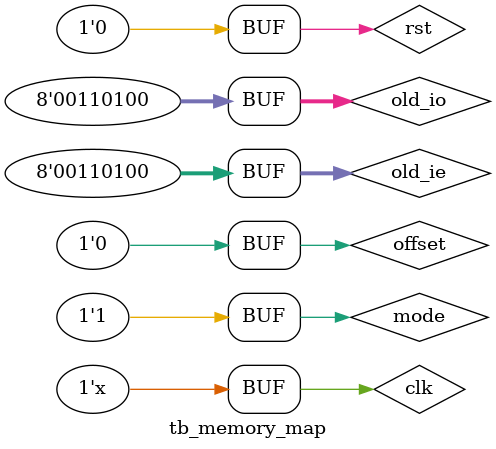
<source format=v>
`define P 4 //Parallel Execution Units 
`define MAP  $clog2(2*`P)

module tb_memory_map();
reg clk;
reg rst;
reg mode;
reg offset;
reg  [7:0]     old_ie;
reg  [7:0]     old_io;
wire [7     :0] BA_ie;
wire [7     :0] BA_io;
wire [`MAP-1:0] BI_ie;
wire [`MAP-1:0] BI_io;

always#2.5 clk=~clk;

initial begin
    clk=0;
    rst=1;
    #5
    rst=0;
    #5
    mode=0;offset=0;old_ie=0 ;old_io=0;
    #5
    mode=0;offset=0;old_ie=52;old_io=52;
    #5
    mode=0;offset=1;old_ie=0;old_io=0;
    #5
    mode=0;offset=1;old_ie=52;old_io=52;
    #5
    mode=1;offset=0;old_ie=0;old_io=0;
    #5
    mode=1;offset=0;old_ie=52;old_io=52;
end

memory_map memory_map_inst(
    .clk                   (clk       ),//I
    .rst                   (rst       ),//I
    .mode                  (mode      ),//I
    .offset                (offset    ),//I
    .old_ie                (old_ie    ),//O
    .old_io                (old_io    ),//O
    .BA_ie                 (BA_ie     ),//O
    .BA_io                 (BA_io     ),//O
    .BI_ie                 (BI_ie     ),//O
    .BI_io                 (BI_io     ) //O
);

endmodule
</source>
